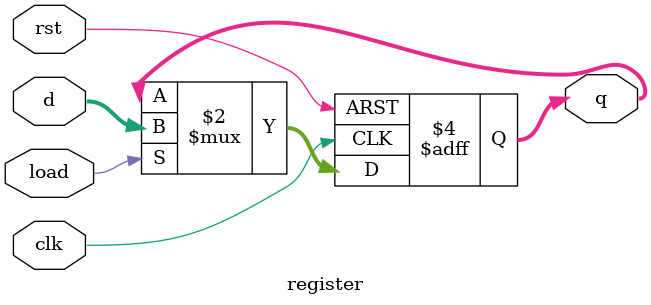
<source format=v>
`timescale 1ns / 1ps


module register(
    
    input [3:0] d,   // 4-bit data input
    input clk,       // Clock input
    input rst,       // Reset input (active high)
    input load,      // Load signal (when high, loads the input data)
    output reg [3:0] q  // 4-bit data output
);

    // Process the inputs on the rising edge of the clock or reset
    always @(posedge clk or posedge rst) begin
        if (rst) begin
            q <= 4'b0000;  // Reset the output to 0 if reset is high
        end else if (load) begin
            q <= d;  // Load the input data into the register
        end
    end


endmodule

</source>
